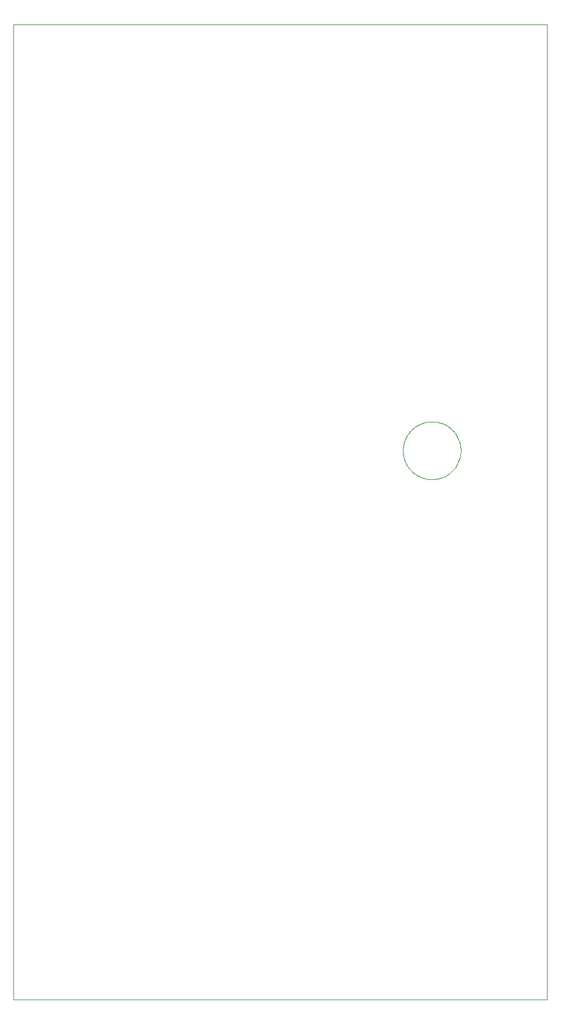
<source format=gko>
G75*
G70*
%OFA0B0*%
%FSLAX24Y24*%
%IPPOS*%
%LPD*%
%AMOC8*
5,1,8,0,0,1.08239X$1,22.5*
%
%ADD10C,0.0039*%
%ADD11C,0.0000*%
D10*
X008416Y005441D02*
X008416Y058591D01*
X037550Y058591D01*
X037550Y005441D01*
X008416Y005441D01*
D11*
X029675Y035362D02*
X029677Y035441D01*
X029683Y035520D01*
X029693Y035599D01*
X029707Y035677D01*
X029724Y035754D01*
X029746Y035830D01*
X029771Y035905D01*
X029801Y035978D01*
X029833Y036050D01*
X029870Y036121D01*
X029910Y036189D01*
X029953Y036255D01*
X029999Y036319D01*
X030049Y036381D01*
X030102Y036440D01*
X030157Y036496D01*
X030216Y036550D01*
X030277Y036600D01*
X030340Y036648D01*
X030406Y036692D01*
X030474Y036733D01*
X030544Y036770D01*
X030615Y036804D01*
X030689Y036834D01*
X030763Y036860D01*
X030839Y036882D01*
X030916Y036901D01*
X030994Y036916D01*
X031072Y036927D01*
X031151Y036934D01*
X031230Y036937D01*
X031309Y036936D01*
X031388Y036931D01*
X031467Y036922D01*
X031545Y036909D01*
X031622Y036892D01*
X031699Y036872D01*
X031774Y036847D01*
X031848Y036819D01*
X031921Y036787D01*
X031991Y036752D01*
X032060Y036713D01*
X032127Y036670D01*
X032192Y036624D01*
X032254Y036576D01*
X032314Y036524D01*
X032371Y036469D01*
X032425Y036411D01*
X032476Y036351D01*
X032524Y036288D01*
X032569Y036223D01*
X032611Y036155D01*
X032649Y036086D01*
X032683Y036015D01*
X032714Y035942D01*
X032742Y035867D01*
X032765Y035792D01*
X032785Y035715D01*
X032801Y035638D01*
X032813Y035559D01*
X032821Y035481D01*
X032825Y035402D01*
X032825Y035322D01*
X032821Y035243D01*
X032813Y035165D01*
X032801Y035086D01*
X032785Y035009D01*
X032765Y034932D01*
X032742Y034857D01*
X032714Y034782D01*
X032683Y034709D01*
X032649Y034638D01*
X032611Y034569D01*
X032569Y034501D01*
X032524Y034436D01*
X032476Y034373D01*
X032425Y034313D01*
X032371Y034255D01*
X032314Y034200D01*
X032254Y034148D01*
X032192Y034100D01*
X032127Y034054D01*
X032060Y034011D01*
X031991Y033972D01*
X031921Y033937D01*
X031848Y033905D01*
X031774Y033877D01*
X031699Y033852D01*
X031622Y033832D01*
X031545Y033815D01*
X031467Y033802D01*
X031388Y033793D01*
X031309Y033788D01*
X031230Y033787D01*
X031151Y033790D01*
X031072Y033797D01*
X030994Y033808D01*
X030916Y033823D01*
X030839Y033842D01*
X030763Y033864D01*
X030689Y033890D01*
X030615Y033920D01*
X030544Y033954D01*
X030474Y033991D01*
X030406Y034032D01*
X030340Y034076D01*
X030277Y034124D01*
X030216Y034174D01*
X030157Y034228D01*
X030102Y034284D01*
X030049Y034343D01*
X029999Y034405D01*
X029953Y034469D01*
X029910Y034535D01*
X029870Y034603D01*
X029833Y034674D01*
X029801Y034746D01*
X029771Y034819D01*
X029746Y034894D01*
X029724Y034970D01*
X029707Y035047D01*
X029693Y035125D01*
X029683Y035204D01*
X029677Y035283D01*
X029675Y035362D01*
M02*

</source>
